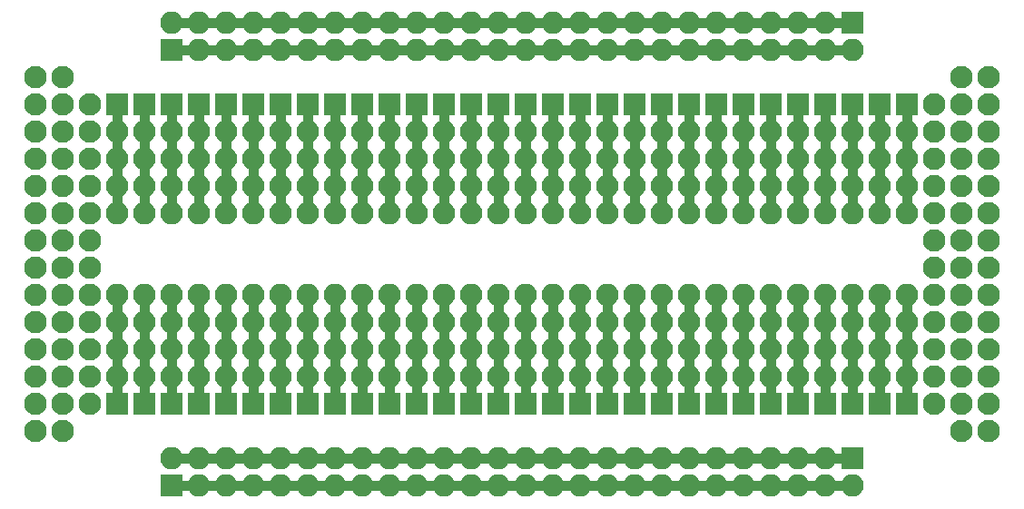
<source format=gbr>
G04 #@! TF.GenerationSoftware,KiCad,Pcbnew,(5.0.0)*
G04 #@! TF.CreationDate,2018-10-10T12:23:29-06:00*
G04 #@! TF.ProjectId,AltoidsPCB,416C746F6964735043422E6B69636164,rev?*
G04 #@! TF.SameCoordinates,Original*
G04 #@! TF.FileFunction,Soldermask,Bot*
G04 #@! TF.FilePolarity,Negative*
%FSLAX46Y46*%
G04 Gerber Fmt 4.6, Leading zero omitted, Abs format (unit mm)*
G04 Created by KiCad (PCBNEW (5.0.0)) date 10/10/18 12:23:29*
%MOMM*%
%LPD*%
G01*
G04 APERTURE LIST*
%ADD10C,0.150000*%
%ADD11R,2.100000X2.100000*%
%ADD12O,2.100000X2.100000*%
%ADD13C,2.100000*%
G04 APERTURE END LIST*
D10*
G36*
X107696000Y-105029000D02*
X169291000Y-105029000D01*
X169291000Y-105791000D01*
X107696000Y-105791000D01*
X107696000Y-105029000D01*
G37*
X107696000Y-105029000D02*
X169291000Y-105029000D01*
X169291000Y-105791000D01*
X107696000Y-105791000D01*
X107696000Y-105029000D01*
G36*
X107569000Y-102489000D02*
X169164000Y-102489000D01*
X169164000Y-103251000D01*
X107569000Y-103251000D01*
X107569000Y-102489000D01*
G37*
X107569000Y-102489000D02*
X169164000Y-102489000D01*
X169164000Y-103251000D01*
X107569000Y-103251000D01*
X107569000Y-102489000D01*
G36*
X106299000Y-88519000D02*
X106299000Y-96901000D01*
X107061000Y-96901000D01*
X107061000Y-88519000D01*
X106299000Y-88519000D01*
G37*
X106299000Y-88519000D02*
X106299000Y-96901000D01*
X107061000Y-96901000D01*
X107061000Y-88519000D01*
X106299000Y-88519000D01*
G36*
X103759000Y-88519000D02*
X103759000Y-96901000D01*
X104521000Y-96901000D01*
X104521000Y-88519000D01*
X103759000Y-88519000D01*
G37*
X103759000Y-88519000D02*
X103759000Y-96901000D01*
X104521000Y-96901000D01*
X104521000Y-88519000D01*
X103759000Y-88519000D01*
G36*
X101219000Y-88519000D02*
X101219000Y-96901000D01*
X101981000Y-96901000D01*
X101981000Y-88519000D01*
X101219000Y-88519000D01*
G37*
X101219000Y-88519000D02*
X101219000Y-96901000D01*
X101981000Y-96901000D01*
X101981000Y-88519000D01*
X101219000Y-88519000D01*
G36*
X113919000Y-88519000D02*
X113919000Y-96901000D01*
X114681000Y-96901000D01*
X114681000Y-88519000D01*
X113919000Y-88519000D01*
G37*
X113919000Y-88519000D02*
X113919000Y-96901000D01*
X114681000Y-96901000D01*
X114681000Y-88519000D01*
X113919000Y-88519000D01*
G36*
X111379000Y-88519000D02*
X111379000Y-96901000D01*
X112141000Y-96901000D01*
X112141000Y-88519000D01*
X111379000Y-88519000D01*
G37*
X111379000Y-88519000D02*
X111379000Y-96901000D01*
X112141000Y-96901000D01*
X112141000Y-88519000D01*
X111379000Y-88519000D01*
G36*
X108839000Y-88519000D02*
X108839000Y-96901000D01*
X109601000Y-96901000D01*
X109601000Y-88519000D01*
X108839000Y-88519000D01*
G37*
X108839000Y-88519000D02*
X108839000Y-96901000D01*
X109601000Y-96901000D01*
X109601000Y-88519000D01*
X108839000Y-88519000D01*
G36*
X149479000Y-88519000D02*
X149479000Y-96901000D01*
X150241000Y-96901000D01*
X150241000Y-88519000D01*
X149479000Y-88519000D01*
G37*
X149479000Y-88519000D02*
X149479000Y-96901000D01*
X150241000Y-96901000D01*
X150241000Y-88519000D01*
X149479000Y-88519000D01*
G36*
X162179000Y-88519000D02*
X162179000Y-96901000D01*
X162941000Y-96901000D01*
X162941000Y-88519000D01*
X162179000Y-88519000D01*
G37*
X162179000Y-88519000D02*
X162179000Y-96901000D01*
X162941000Y-96901000D01*
X162941000Y-88519000D01*
X162179000Y-88519000D01*
G36*
X169799000Y-88519000D02*
X169799000Y-96901000D01*
X170561000Y-96901000D01*
X170561000Y-88519000D01*
X169799000Y-88519000D01*
G37*
X169799000Y-88519000D02*
X169799000Y-96901000D01*
X170561000Y-96901000D01*
X170561000Y-88519000D01*
X169799000Y-88519000D01*
G36*
X159639000Y-88519000D02*
X159639000Y-96901000D01*
X160401000Y-96901000D01*
X160401000Y-88519000D01*
X159639000Y-88519000D01*
G37*
X159639000Y-88519000D02*
X159639000Y-96901000D01*
X160401000Y-96901000D01*
X160401000Y-88519000D01*
X159639000Y-88519000D01*
G36*
X164719000Y-88519000D02*
X164719000Y-96901000D01*
X165481000Y-96901000D01*
X165481000Y-88519000D01*
X164719000Y-88519000D01*
G37*
X164719000Y-88519000D02*
X164719000Y-96901000D01*
X165481000Y-96901000D01*
X165481000Y-88519000D01*
X164719000Y-88519000D01*
G36*
X167259000Y-88519000D02*
X167259000Y-96901000D01*
X168021000Y-96901000D01*
X168021000Y-88519000D01*
X167259000Y-88519000D01*
G37*
X167259000Y-88519000D02*
X167259000Y-96901000D01*
X168021000Y-96901000D01*
X168021000Y-88519000D01*
X167259000Y-88519000D01*
G36*
X157099000Y-88519000D02*
X157099000Y-96901000D01*
X157861000Y-96901000D01*
X157861000Y-88519000D01*
X157099000Y-88519000D01*
G37*
X157099000Y-88519000D02*
X157099000Y-96901000D01*
X157861000Y-96901000D01*
X157861000Y-88519000D01*
X157099000Y-88519000D01*
G36*
X154559000Y-88519000D02*
X154559000Y-96901000D01*
X155321000Y-96901000D01*
X155321000Y-88519000D01*
X154559000Y-88519000D01*
G37*
X154559000Y-88519000D02*
X154559000Y-96901000D01*
X155321000Y-96901000D01*
X155321000Y-88519000D01*
X154559000Y-88519000D01*
G36*
X152019000Y-88519000D02*
X152019000Y-96901000D01*
X152781000Y-96901000D01*
X152781000Y-88519000D01*
X152019000Y-88519000D01*
G37*
X152019000Y-88519000D02*
X152019000Y-96901000D01*
X152781000Y-96901000D01*
X152781000Y-88519000D01*
X152019000Y-88519000D01*
G36*
X146939000Y-88519000D02*
X146939000Y-96901000D01*
X147701000Y-96901000D01*
X147701000Y-88519000D01*
X146939000Y-88519000D01*
G37*
X146939000Y-88519000D02*
X146939000Y-96901000D01*
X147701000Y-96901000D01*
X147701000Y-88519000D01*
X146939000Y-88519000D01*
G36*
X144399000Y-88519000D02*
X144399000Y-96901000D01*
X145161000Y-96901000D01*
X145161000Y-88519000D01*
X144399000Y-88519000D01*
G37*
X144399000Y-88519000D02*
X144399000Y-96901000D01*
X145161000Y-96901000D01*
X145161000Y-88519000D01*
X144399000Y-88519000D01*
G36*
X174879000Y-88519000D02*
X174879000Y-96901000D01*
X175641000Y-96901000D01*
X175641000Y-88519000D01*
X174879000Y-88519000D01*
G37*
X174879000Y-88519000D02*
X174879000Y-96901000D01*
X175641000Y-96901000D01*
X175641000Y-88519000D01*
X174879000Y-88519000D01*
G36*
X172339000Y-88519000D02*
X172339000Y-96901000D01*
X173101000Y-96901000D01*
X173101000Y-88519000D01*
X172339000Y-88519000D01*
G37*
X172339000Y-88519000D02*
X172339000Y-96901000D01*
X173101000Y-96901000D01*
X173101000Y-88519000D01*
X172339000Y-88519000D01*
G36*
X131699000Y-88519000D02*
X131699000Y-96901000D01*
X132461000Y-96901000D01*
X132461000Y-88519000D01*
X131699000Y-88519000D01*
G37*
X131699000Y-88519000D02*
X131699000Y-96901000D01*
X132461000Y-96901000D01*
X132461000Y-88519000D01*
X131699000Y-88519000D01*
G36*
X129159000Y-88519000D02*
X129159000Y-96901000D01*
X129921000Y-96901000D01*
X129921000Y-88519000D01*
X129159000Y-88519000D01*
G37*
X129159000Y-88519000D02*
X129159000Y-96901000D01*
X129921000Y-96901000D01*
X129921000Y-88519000D01*
X129159000Y-88519000D01*
G36*
X141859000Y-88519000D02*
X141859000Y-96901000D01*
X142621000Y-96901000D01*
X142621000Y-88519000D01*
X141859000Y-88519000D01*
G37*
X141859000Y-88519000D02*
X141859000Y-96901000D01*
X142621000Y-96901000D01*
X142621000Y-88519000D01*
X141859000Y-88519000D01*
G36*
X126619000Y-88519000D02*
X126619000Y-96901000D01*
X127381000Y-96901000D01*
X127381000Y-88519000D01*
X126619000Y-88519000D01*
G37*
X126619000Y-88519000D02*
X126619000Y-96901000D01*
X127381000Y-96901000D01*
X127381000Y-88519000D01*
X126619000Y-88519000D01*
G36*
X139319000Y-88519000D02*
X139319000Y-96901000D01*
X140081000Y-96901000D01*
X140081000Y-88519000D01*
X139319000Y-88519000D01*
G37*
X139319000Y-88519000D02*
X139319000Y-96901000D01*
X140081000Y-96901000D01*
X140081000Y-88519000D01*
X139319000Y-88519000D01*
G36*
X136779000Y-88519000D02*
X136779000Y-96901000D01*
X137541000Y-96901000D01*
X137541000Y-88519000D01*
X136779000Y-88519000D01*
G37*
X136779000Y-88519000D02*
X136779000Y-96901000D01*
X137541000Y-96901000D01*
X137541000Y-88519000D01*
X136779000Y-88519000D01*
G36*
X134239000Y-88519000D02*
X134239000Y-96901000D01*
X135001000Y-96901000D01*
X135001000Y-88519000D01*
X134239000Y-88519000D01*
G37*
X134239000Y-88519000D02*
X134239000Y-96901000D01*
X135001000Y-96901000D01*
X135001000Y-88519000D01*
X134239000Y-88519000D01*
G36*
X124079000Y-88519000D02*
X124079000Y-96901000D01*
X124841000Y-96901000D01*
X124841000Y-88519000D01*
X124079000Y-88519000D01*
G37*
X124079000Y-88519000D02*
X124079000Y-96901000D01*
X124841000Y-96901000D01*
X124841000Y-88519000D01*
X124079000Y-88519000D01*
G36*
X118999000Y-88519000D02*
X118999000Y-96901000D01*
X119761000Y-96901000D01*
X119761000Y-88519000D01*
X118999000Y-88519000D01*
G37*
X118999000Y-88519000D02*
X118999000Y-96901000D01*
X119761000Y-96901000D01*
X119761000Y-88519000D01*
X118999000Y-88519000D01*
G36*
X121539000Y-88519000D02*
X121539000Y-96901000D01*
X122301000Y-96901000D01*
X122301000Y-88519000D01*
X121539000Y-88519000D01*
G37*
X121539000Y-88519000D02*
X121539000Y-96901000D01*
X122301000Y-96901000D01*
X122301000Y-88519000D01*
X121539000Y-88519000D01*
G36*
X116459000Y-88519000D02*
X116459000Y-96901000D01*
X117221000Y-96901000D01*
X117221000Y-88519000D01*
X116459000Y-88519000D01*
G37*
X116459000Y-88519000D02*
X116459000Y-96901000D01*
X117221000Y-96901000D01*
X117221000Y-88519000D01*
X116459000Y-88519000D01*
G36*
X174879000Y-70739000D02*
X174879000Y-79121000D01*
X175641000Y-79121000D01*
X175641000Y-70739000D01*
X174879000Y-70739000D01*
G37*
X174879000Y-70739000D02*
X174879000Y-79121000D01*
X175641000Y-79121000D01*
X175641000Y-70739000D01*
X174879000Y-70739000D01*
G36*
X172339000Y-70739000D02*
X172339000Y-79121000D01*
X173101000Y-79121000D01*
X173101000Y-70739000D01*
X172339000Y-70739000D01*
G37*
X172339000Y-70739000D02*
X172339000Y-79121000D01*
X173101000Y-79121000D01*
X173101000Y-70739000D01*
X172339000Y-70739000D01*
G36*
X169799000Y-70866000D02*
X169799000Y-79248000D01*
X170561000Y-79248000D01*
X170561000Y-70866000D01*
X169799000Y-70866000D01*
G37*
X169799000Y-70866000D02*
X169799000Y-79248000D01*
X170561000Y-79248000D01*
X170561000Y-70866000D01*
X169799000Y-70866000D01*
G36*
X167259000Y-70866000D02*
X167259000Y-79248000D01*
X168021000Y-79248000D01*
X168021000Y-70866000D01*
X167259000Y-70866000D01*
G37*
X167259000Y-70866000D02*
X167259000Y-79248000D01*
X168021000Y-79248000D01*
X168021000Y-70866000D01*
X167259000Y-70866000D01*
G36*
X164719000Y-70866000D02*
X164719000Y-79248000D01*
X165481000Y-79248000D01*
X165481000Y-70866000D01*
X164719000Y-70866000D01*
G37*
X164719000Y-70866000D02*
X164719000Y-79248000D01*
X165481000Y-79248000D01*
X165481000Y-70866000D01*
X164719000Y-70866000D01*
G36*
X162179000Y-70739000D02*
X162179000Y-79121000D01*
X162941000Y-79121000D01*
X162941000Y-70739000D01*
X162179000Y-70739000D01*
G37*
X162179000Y-70739000D02*
X162179000Y-79121000D01*
X162941000Y-79121000D01*
X162941000Y-70739000D01*
X162179000Y-70739000D01*
G36*
X159639000Y-70739000D02*
X159639000Y-79121000D01*
X160401000Y-79121000D01*
X160401000Y-70739000D01*
X159639000Y-70739000D01*
G37*
X159639000Y-70739000D02*
X159639000Y-79121000D01*
X160401000Y-79121000D01*
X160401000Y-70739000D01*
X159639000Y-70739000D01*
G36*
X157099000Y-70739000D02*
X157099000Y-79121000D01*
X157861000Y-79121000D01*
X157861000Y-70739000D01*
X157099000Y-70739000D01*
G37*
X157099000Y-70739000D02*
X157099000Y-79121000D01*
X157861000Y-79121000D01*
X157861000Y-70739000D01*
X157099000Y-70739000D01*
G36*
X154559000Y-70739000D02*
X154559000Y-79121000D01*
X155321000Y-79121000D01*
X155321000Y-70739000D01*
X154559000Y-70739000D01*
G37*
X154559000Y-70739000D02*
X154559000Y-79121000D01*
X155321000Y-79121000D01*
X155321000Y-70739000D01*
X154559000Y-70739000D01*
G36*
X152019000Y-70739000D02*
X152019000Y-79121000D01*
X152781000Y-79121000D01*
X152781000Y-70739000D01*
X152019000Y-70739000D01*
G37*
X152019000Y-70739000D02*
X152019000Y-79121000D01*
X152781000Y-79121000D01*
X152781000Y-70739000D01*
X152019000Y-70739000D01*
G36*
X149479000Y-70739000D02*
X149479000Y-79121000D01*
X150241000Y-79121000D01*
X150241000Y-70739000D01*
X149479000Y-70739000D01*
G37*
X149479000Y-70739000D02*
X149479000Y-79121000D01*
X150241000Y-79121000D01*
X150241000Y-70739000D01*
X149479000Y-70739000D01*
G36*
X146939000Y-70739000D02*
X146939000Y-79121000D01*
X147701000Y-79121000D01*
X147701000Y-70739000D01*
X146939000Y-70739000D01*
G37*
X146939000Y-70739000D02*
X146939000Y-79121000D01*
X147701000Y-79121000D01*
X147701000Y-70739000D01*
X146939000Y-70739000D01*
G36*
X144399000Y-70739000D02*
X144399000Y-79121000D01*
X145161000Y-79121000D01*
X145161000Y-70739000D01*
X144399000Y-70739000D01*
G37*
X144399000Y-70739000D02*
X144399000Y-79121000D01*
X145161000Y-79121000D01*
X145161000Y-70739000D01*
X144399000Y-70739000D01*
G36*
X141859000Y-70739000D02*
X141859000Y-79121000D01*
X142621000Y-79121000D01*
X142621000Y-70739000D01*
X141859000Y-70739000D01*
G37*
X141859000Y-70739000D02*
X141859000Y-79121000D01*
X142621000Y-79121000D01*
X142621000Y-70739000D01*
X141859000Y-70739000D01*
G36*
X139319000Y-70739000D02*
X139319000Y-79121000D01*
X140081000Y-79121000D01*
X140081000Y-70739000D01*
X139319000Y-70739000D01*
G37*
X139319000Y-70739000D02*
X139319000Y-79121000D01*
X140081000Y-79121000D01*
X140081000Y-70739000D01*
X139319000Y-70739000D01*
G36*
X136779000Y-70739000D02*
X136779000Y-79121000D01*
X137541000Y-79121000D01*
X137541000Y-70739000D01*
X136779000Y-70739000D01*
G37*
X136779000Y-70739000D02*
X136779000Y-79121000D01*
X137541000Y-79121000D01*
X137541000Y-70739000D01*
X136779000Y-70739000D01*
G36*
X134239000Y-70739000D02*
X134239000Y-79121000D01*
X135001000Y-79121000D01*
X135001000Y-70739000D01*
X134239000Y-70739000D01*
G37*
X134239000Y-70739000D02*
X134239000Y-79121000D01*
X135001000Y-79121000D01*
X135001000Y-70739000D01*
X134239000Y-70739000D01*
G36*
X131699000Y-70866000D02*
X131699000Y-79248000D01*
X132461000Y-79248000D01*
X132461000Y-70866000D01*
X131699000Y-70866000D01*
G37*
X131699000Y-70866000D02*
X131699000Y-79248000D01*
X132461000Y-79248000D01*
X132461000Y-70866000D01*
X131699000Y-70866000D01*
G36*
X129159000Y-70866000D02*
X129159000Y-79248000D01*
X129921000Y-79248000D01*
X129921000Y-70866000D01*
X129159000Y-70866000D01*
G37*
X129159000Y-70866000D02*
X129159000Y-79248000D01*
X129921000Y-79248000D01*
X129921000Y-70866000D01*
X129159000Y-70866000D01*
G36*
X126619000Y-70739000D02*
X126619000Y-79121000D01*
X127381000Y-79121000D01*
X127381000Y-70739000D01*
X126619000Y-70739000D01*
G37*
X126619000Y-70739000D02*
X126619000Y-79121000D01*
X127381000Y-79121000D01*
X127381000Y-70739000D01*
X126619000Y-70739000D01*
G36*
X124079000Y-70739000D02*
X124079000Y-79121000D01*
X124841000Y-79121000D01*
X124841000Y-70739000D01*
X124079000Y-70739000D01*
G37*
X124079000Y-70739000D02*
X124079000Y-79121000D01*
X124841000Y-79121000D01*
X124841000Y-70739000D01*
X124079000Y-70739000D01*
G36*
X121539000Y-70739000D02*
X121539000Y-79121000D01*
X122301000Y-79121000D01*
X122301000Y-70739000D01*
X121539000Y-70739000D01*
G37*
X121539000Y-70739000D02*
X121539000Y-79121000D01*
X122301000Y-79121000D01*
X122301000Y-70739000D01*
X121539000Y-70739000D01*
G36*
X118999000Y-70866000D02*
X118999000Y-79248000D01*
X119761000Y-79248000D01*
X119761000Y-70866000D01*
X118999000Y-70866000D01*
G37*
X118999000Y-70866000D02*
X118999000Y-79248000D01*
X119761000Y-79248000D01*
X119761000Y-70866000D01*
X118999000Y-70866000D01*
G36*
X116459000Y-70866000D02*
X116459000Y-79248000D01*
X117221000Y-79248000D01*
X117221000Y-70866000D01*
X116459000Y-70866000D01*
G37*
X116459000Y-70866000D02*
X116459000Y-79248000D01*
X117221000Y-79248000D01*
X117221000Y-70866000D01*
X116459000Y-70866000D01*
G36*
X113919000Y-70866000D02*
X113919000Y-79248000D01*
X114681000Y-79248000D01*
X114681000Y-70866000D01*
X113919000Y-70866000D01*
G37*
X113919000Y-70866000D02*
X113919000Y-79248000D01*
X114681000Y-79248000D01*
X114681000Y-70866000D01*
X113919000Y-70866000D01*
G36*
X111379000Y-70739000D02*
X111379000Y-79121000D01*
X112141000Y-79121000D01*
X112141000Y-70739000D01*
X111379000Y-70739000D01*
G37*
X111379000Y-70739000D02*
X111379000Y-79121000D01*
X112141000Y-79121000D01*
X112141000Y-70739000D01*
X111379000Y-70739000D01*
G36*
X108839000Y-70739000D02*
X108839000Y-79121000D01*
X109601000Y-79121000D01*
X109601000Y-70739000D01*
X108839000Y-70739000D01*
G37*
X108839000Y-70739000D02*
X108839000Y-79121000D01*
X109601000Y-79121000D01*
X109601000Y-70739000D01*
X108839000Y-70739000D01*
G36*
X106299000Y-70866000D02*
X106299000Y-79248000D01*
X107061000Y-79248000D01*
X107061000Y-70866000D01*
X106299000Y-70866000D01*
G37*
X106299000Y-70866000D02*
X106299000Y-79248000D01*
X107061000Y-79248000D01*
X107061000Y-70866000D01*
X106299000Y-70866000D01*
G36*
X103759000Y-70739000D02*
X103759000Y-79121000D01*
X104521000Y-79121000D01*
X104521000Y-70739000D01*
X103759000Y-70739000D01*
G37*
X103759000Y-70739000D02*
X103759000Y-79121000D01*
X104521000Y-79121000D01*
X104521000Y-70739000D01*
X103759000Y-70739000D01*
G36*
X101219000Y-70739000D02*
X101219000Y-79375000D01*
X101981000Y-79248000D01*
X101981000Y-70739000D01*
X101219000Y-70739000D01*
G37*
X101219000Y-70739000D02*
X101219000Y-79375000D01*
X101981000Y-79248000D01*
X101981000Y-70739000D01*
X101219000Y-70739000D01*
G36*
X107569000Y-61849000D02*
X169164000Y-61849000D01*
X169164000Y-62611000D01*
X107569000Y-62611000D01*
X107569000Y-61849000D01*
G37*
X107569000Y-61849000D02*
X169164000Y-61849000D01*
X169164000Y-62611000D01*
X107569000Y-62611000D01*
X107569000Y-61849000D01*
G36*
X107696000Y-64389000D02*
X169418000Y-64389000D01*
X169418000Y-65151000D01*
X107696000Y-65151000D01*
X107696000Y-64770000D01*
X107696000Y-64389000D01*
G37*
X107696000Y-64389000D02*
X169418000Y-64389000D01*
X169418000Y-65151000D01*
X107696000Y-65151000D01*
X107696000Y-64770000D01*
X107696000Y-64389000D01*
D11*
G04 #@! TO.C,J2*
X106680000Y-105410000D03*
D12*
X109220000Y-105410000D03*
X111760000Y-105410000D03*
X114300000Y-105410000D03*
X116840000Y-105410000D03*
X119380000Y-105410000D03*
X121920000Y-105410000D03*
X124460000Y-105410000D03*
X127000000Y-105410000D03*
X129540000Y-105410000D03*
X132080000Y-105410000D03*
X134620000Y-105410000D03*
X137160000Y-105410000D03*
X139700000Y-105410000D03*
X142240000Y-105410000D03*
X144780000Y-105410000D03*
X147320000Y-105410000D03*
X149860000Y-105410000D03*
X152400000Y-105410000D03*
X154940000Y-105410000D03*
X157480000Y-105410000D03*
X160020000Y-105410000D03*
X162560000Y-105410000D03*
X165100000Y-105410000D03*
X167640000Y-105410000D03*
X170180000Y-105410000D03*
G04 #@! TD*
D11*
G04 #@! TO.C,J2*
X170180000Y-102870000D03*
D12*
X167640000Y-102870000D03*
X165100000Y-102870000D03*
X162560000Y-102870000D03*
X160020000Y-102870000D03*
X157480000Y-102870000D03*
X154940000Y-102870000D03*
X152400000Y-102870000D03*
X149860000Y-102870000D03*
X147320000Y-102870000D03*
X144780000Y-102870000D03*
X142240000Y-102870000D03*
X139700000Y-102870000D03*
X137160000Y-102870000D03*
X134620000Y-102870000D03*
X132080000Y-102870000D03*
X129540000Y-102870000D03*
X127000000Y-102870000D03*
X124460000Y-102870000D03*
X121920000Y-102870000D03*
X119380000Y-102870000D03*
X116840000Y-102870000D03*
X114300000Y-102870000D03*
X111760000Y-102870000D03*
X109220000Y-102870000D03*
X106680000Y-102870000D03*
G04 #@! TD*
D11*
G04 #@! TO.C,J2*
X170180000Y-62230000D03*
D12*
X167640000Y-62230000D03*
X165100000Y-62230000D03*
X162560000Y-62230000D03*
X160020000Y-62230000D03*
X157480000Y-62230000D03*
X154940000Y-62230000D03*
X152400000Y-62230000D03*
X149860000Y-62230000D03*
X147320000Y-62230000D03*
X144780000Y-62230000D03*
X142240000Y-62230000D03*
X139700000Y-62230000D03*
X137160000Y-62230000D03*
X134620000Y-62230000D03*
X132080000Y-62230000D03*
X129540000Y-62230000D03*
X127000000Y-62230000D03*
X124460000Y-62230000D03*
X121920000Y-62230000D03*
X119380000Y-62230000D03*
X116840000Y-62230000D03*
X114300000Y-62230000D03*
X111760000Y-62230000D03*
X109220000Y-62230000D03*
X106680000Y-62230000D03*
G04 #@! TD*
D11*
G04 #@! TO.C,J2*
X106680000Y-64770000D03*
D12*
X109220000Y-64770000D03*
X111760000Y-64770000D03*
X114300000Y-64770000D03*
X116840000Y-64770000D03*
X119380000Y-64770000D03*
X121920000Y-64770000D03*
X124460000Y-64770000D03*
X127000000Y-64770000D03*
X129540000Y-64770000D03*
X132080000Y-64770000D03*
X134620000Y-64770000D03*
X137160000Y-64770000D03*
X139700000Y-64770000D03*
X142240000Y-64770000D03*
X144780000Y-64770000D03*
X147320000Y-64770000D03*
X149860000Y-64770000D03*
X152400000Y-64770000D03*
X154940000Y-64770000D03*
X157480000Y-64770000D03*
X160020000Y-64770000D03*
X162560000Y-64770000D03*
X165100000Y-64770000D03*
X167640000Y-64770000D03*
X170180000Y-64770000D03*
G04 #@! TD*
D11*
G04 #@! TO.C,J1*
X114300000Y-97790000D03*
D12*
X114300000Y-95250000D03*
X114300000Y-92710000D03*
X114300000Y-90170000D03*
X114300000Y-87630000D03*
G04 #@! TD*
D11*
G04 #@! TO.C,J1*
X104140000Y-97790000D03*
D12*
X104140000Y-95250000D03*
X104140000Y-92710000D03*
X104140000Y-90170000D03*
X104140000Y-87630000D03*
G04 #@! TD*
D11*
G04 #@! TO.C,J1*
X119380000Y-97790000D03*
D12*
X119380000Y-95250000D03*
X119380000Y-92710000D03*
X119380000Y-90170000D03*
X119380000Y-87630000D03*
G04 #@! TD*
D11*
G04 #@! TO.C,J1*
X116840000Y-97790000D03*
D12*
X116840000Y-95250000D03*
X116840000Y-92710000D03*
X116840000Y-90170000D03*
X116840000Y-87630000D03*
G04 #@! TD*
D11*
G04 #@! TO.C,J1*
X111760000Y-97790000D03*
D12*
X111760000Y-95250000D03*
X111760000Y-92710000D03*
X111760000Y-90170000D03*
X111760000Y-87630000D03*
G04 #@! TD*
D11*
G04 #@! TO.C,J1*
X106680000Y-97790000D03*
D12*
X106680000Y-95250000D03*
X106680000Y-92710000D03*
X106680000Y-90170000D03*
X106680000Y-87630000D03*
G04 #@! TD*
D11*
G04 #@! TO.C,J1*
X121920000Y-97790000D03*
D12*
X121920000Y-95250000D03*
X121920000Y-92710000D03*
X121920000Y-90170000D03*
X121920000Y-87630000D03*
G04 #@! TD*
D11*
G04 #@! TO.C,J1*
X109220000Y-97790000D03*
D12*
X109220000Y-95250000D03*
X109220000Y-92710000D03*
X109220000Y-90170000D03*
X109220000Y-87630000D03*
G04 #@! TD*
D11*
G04 #@! TO.C,J1*
X101600000Y-97790000D03*
D12*
X101600000Y-95250000D03*
X101600000Y-92710000D03*
X101600000Y-90170000D03*
X101600000Y-87630000D03*
G04 #@! TD*
D11*
G04 #@! TO.C,J1*
X172720000Y-97790000D03*
D12*
X172720000Y-95250000D03*
X172720000Y-92710000D03*
X172720000Y-90170000D03*
X172720000Y-87630000D03*
G04 #@! TD*
D11*
G04 #@! TO.C,J1*
X154940000Y-97790000D03*
D12*
X154940000Y-95250000D03*
X154940000Y-92710000D03*
X154940000Y-90170000D03*
X154940000Y-87630000D03*
G04 #@! TD*
D11*
G04 #@! TO.C,J1*
X149860000Y-97790000D03*
D12*
X149860000Y-95250000D03*
X149860000Y-92710000D03*
X149860000Y-90170000D03*
X149860000Y-87630000D03*
G04 #@! TD*
D11*
G04 #@! TO.C,J1*
X170180000Y-97790000D03*
D12*
X170180000Y-95250000D03*
X170180000Y-92710000D03*
X170180000Y-90170000D03*
X170180000Y-87630000D03*
G04 #@! TD*
D11*
G04 #@! TO.C,J1*
X152400000Y-97790000D03*
D12*
X152400000Y-95250000D03*
X152400000Y-92710000D03*
X152400000Y-90170000D03*
X152400000Y-87630000D03*
G04 #@! TD*
D11*
G04 #@! TO.C,J1*
X157480000Y-97790000D03*
D12*
X157480000Y-95250000D03*
X157480000Y-92710000D03*
X157480000Y-90170000D03*
X157480000Y-87630000D03*
G04 #@! TD*
D11*
G04 #@! TO.C,J1*
X160020000Y-97790000D03*
D12*
X160020000Y-95250000D03*
X160020000Y-92710000D03*
X160020000Y-90170000D03*
X160020000Y-87630000D03*
G04 #@! TD*
D11*
G04 #@! TO.C,J1*
X162560000Y-97790000D03*
D12*
X162560000Y-95250000D03*
X162560000Y-92710000D03*
X162560000Y-90170000D03*
X162560000Y-87630000D03*
G04 #@! TD*
D11*
G04 #@! TO.C,J1*
X147320000Y-97790000D03*
D12*
X147320000Y-95250000D03*
X147320000Y-92710000D03*
X147320000Y-90170000D03*
X147320000Y-87630000D03*
G04 #@! TD*
D11*
G04 #@! TO.C,J1*
X142240000Y-97790000D03*
D12*
X142240000Y-95250000D03*
X142240000Y-92710000D03*
X142240000Y-90170000D03*
X142240000Y-87630000D03*
G04 #@! TD*
D11*
G04 #@! TO.C,J1*
X165100000Y-97790000D03*
D12*
X165100000Y-95250000D03*
X165100000Y-92710000D03*
X165100000Y-90170000D03*
X165100000Y-87630000D03*
G04 #@! TD*
D11*
G04 #@! TO.C,J1*
X167640000Y-97790000D03*
D12*
X167640000Y-95250000D03*
X167640000Y-92710000D03*
X167640000Y-90170000D03*
X167640000Y-87630000D03*
G04 #@! TD*
D11*
G04 #@! TO.C,J1*
X144780000Y-97790000D03*
D12*
X144780000Y-95250000D03*
X144780000Y-92710000D03*
X144780000Y-90170000D03*
X144780000Y-87630000D03*
G04 #@! TD*
D11*
G04 #@! TO.C,J1*
X139700000Y-97790000D03*
D12*
X139700000Y-95250000D03*
X139700000Y-92710000D03*
X139700000Y-90170000D03*
X139700000Y-87630000D03*
G04 #@! TD*
D11*
G04 #@! TO.C,J1*
X132080000Y-97790000D03*
D12*
X132080000Y-95250000D03*
X132080000Y-92710000D03*
X132080000Y-90170000D03*
X132080000Y-87630000D03*
G04 #@! TD*
D11*
G04 #@! TO.C,J1*
X134620000Y-97790000D03*
D12*
X134620000Y-95250000D03*
X134620000Y-92710000D03*
X134620000Y-90170000D03*
X134620000Y-87630000D03*
G04 #@! TD*
D11*
G04 #@! TO.C,J1*
X175260000Y-97790000D03*
D12*
X175260000Y-95250000D03*
X175260000Y-92710000D03*
X175260000Y-90170000D03*
X175260000Y-87630000D03*
G04 #@! TD*
D11*
G04 #@! TO.C,J1*
X137160000Y-97790000D03*
D12*
X137160000Y-95250000D03*
X137160000Y-92710000D03*
X137160000Y-90170000D03*
X137160000Y-87630000D03*
G04 #@! TD*
D11*
G04 #@! TO.C,J1*
X129540000Y-97790000D03*
D12*
X129540000Y-95250000D03*
X129540000Y-92710000D03*
X129540000Y-90170000D03*
X129540000Y-87630000D03*
G04 #@! TD*
D11*
G04 #@! TO.C,J1*
X124460000Y-97790000D03*
D12*
X124460000Y-95250000D03*
X124460000Y-92710000D03*
X124460000Y-90170000D03*
X124460000Y-87630000D03*
G04 #@! TD*
D11*
G04 #@! TO.C,J1*
X127000000Y-97790000D03*
D12*
X127000000Y-95250000D03*
X127000000Y-92710000D03*
X127000000Y-90170000D03*
X127000000Y-87630000D03*
G04 #@! TD*
D11*
G04 #@! TO.C,J1*
X175260000Y-69850000D03*
D12*
X175260000Y-72390000D03*
X175260000Y-74930000D03*
X175260000Y-77470000D03*
X175260000Y-80010000D03*
G04 #@! TD*
D11*
G04 #@! TO.C,J1*
X172720000Y-69850000D03*
D12*
X172720000Y-72390000D03*
X172720000Y-74930000D03*
X172720000Y-77470000D03*
X172720000Y-80010000D03*
G04 #@! TD*
D11*
G04 #@! TO.C,J1*
X170180000Y-69850000D03*
D12*
X170180000Y-72390000D03*
X170180000Y-74930000D03*
X170180000Y-77470000D03*
X170180000Y-80010000D03*
G04 #@! TD*
D11*
G04 #@! TO.C,J1*
X167640000Y-69850000D03*
D12*
X167640000Y-72390000D03*
X167640000Y-74930000D03*
X167640000Y-77470000D03*
X167640000Y-80010000D03*
G04 #@! TD*
D11*
G04 #@! TO.C,J1*
X165100000Y-69850000D03*
D12*
X165100000Y-72390000D03*
X165100000Y-74930000D03*
X165100000Y-77470000D03*
X165100000Y-80010000D03*
G04 #@! TD*
D11*
G04 #@! TO.C,J1*
X162560000Y-69850000D03*
D12*
X162560000Y-72390000D03*
X162560000Y-74930000D03*
X162560000Y-77470000D03*
X162560000Y-80010000D03*
G04 #@! TD*
D11*
G04 #@! TO.C,J1*
X160020000Y-69850000D03*
D12*
X160020000Y-72390000D03*
X160020000Y-74930000D03*
X160020000Y-77470000D03*
X160020000Y-80010000D03*
G04 #@! TD*
D11*
G04 #@! TO.C,J1*
X157480000Y-69850000D03*
D12*
X157480000Y-72390000D03*
X157480000Y-74930000D03*
X157480000Y-77470000D03*
X157480000Y-80010000D03*
G04 #@! TD*
D11*
G04 #@! TO.C,J1*
X154940000Y-69850000D03*
D12*
X154940000Y-72390000D03*
X154940000Y-74930000D03*
X154940000Y-77470000D03*
X154940000Y-80010000D03*
G04 #@! TD*
D11*
G04 #@! TO.C,J1*
X152400000Y-69850000D03*
D12*
X152400000Y-72390000D03*
X152400000Y-74930000D03*
X152400000Y-77470000D03*
X152400000Y-80010000D03*
G04 #@! TD*
D11*
G04 #@! TO.C,J1*
X149860000Y-69850000D03*
D12*
X149860000Y-72390000D03*
X149860000Y-74930000D03*
X149860000Y-77470000D03*
X149860000Y-80010000D03*
G04 #@! TD*
D11*
G04 #@! TO.C,J1*
X147320000Y-69850000D03*
D12*
X147320000Y-72390000D03*
X147320000Y-74930000D03*
X147320000Y-77470000D03*
X147320000Y-80010000D03*
G04 #@! TD*
D11*
G04 #@! TO.C,J1*
X144780000Y-69850000D03*
D12*
X144780000Y-72390000D03*
X144780000Y-74930000D03*
X144780000Y-77470000D03*
X144780000Y-80010000D03*
G04 #@! TD*
D11*
G04 #@! TO.C,J1*
X142240000Y-69850000D03*
D12*
X142240000Y-72390000D03*
X142240000Y-74930000D03*
X142240000Y-77470000D03*
X142240000Y-80010000D03*
G04 #@! TD*
D11*
G04 #@! TO.C,J1*
X139700000Y-69850000D03*
D12*
X139700000Y-72390000D03*
X139700000Y-74930000D03*
X139700000Y-77470000D03*
X139700000Y-80010000D03*
G04 #@! TD*
D11*
G04 #@! TO.C,J1*
X137160000Y-69850000D03*
D12*
X137160000Y-72390000D03*
X137160000Y-74930000D03*
X137160000Y-77470000D03*
X137160000Y-80010000D03*
G04 #@! TD*
D11*
G04 #@! TO.C,J1*
X134620000Y-69850000D03*
D12*
X134620000Y-72390000D03*
X134620000Y-74930000D03*
X134620000Y-77470000D03*
X134620000Y-80010000D03*
G04 #@! TD*
D11*
G04 #@! TO.C,J1*
X132080000Y-69850000D03*
D12*
X132080000Y-72390000D03*
X132080000Y-74930000D03*
X132080000Y-77470000D03*
X132080000Y-80010000D03*
G04 #@! TD*
D11*
G04 #@! TO.C,J1*
X129540000Y-69850000D03*
D12*
X129540000Y-72390000D03*
X129540000Y-74930000D03*
X129540000Y-77470000D03*
X129540000Y-80010000D03*
G04 #@! TD*
D11*
G04 #@! TO.C,J1*
X127000000Y-69850000D03*
D12*
X127000000Y-72390000D03*
X127000000Y-74930000D03*
X127000000Y-77470000D03*
X127000000Y-80010000D03*
G04 #@! TD*
D11*
G04 #@! TO.C,J1*
X124460000Y-69850000D03*
D12*
X124460000Y-72390000D03*
X124460000Y-74930000D03*
X124460000Y-77470000D03*
X124460000Y-80010000D03*
G04 #@! TD*
D11*
G04 #@! TO.C,J1*
X121920000Y-69850000D03*
D12*
X121920000Y-72390000D03*
X121920000Y-74930000D03*
X121920000Y-77470000D03*
X121920000Y-80010000D03*
G04 #@! TD*
D11*
G04 #@! TO.C,J1*
X119380000Y-69850000D03*
D12*
X119380000Y-72390000D03*
X119380000Y-74930000D03*
X119380000Y-77470000D03*
X119380000Y-80010000D03*
G04 #@! TD*
D11*
G04 #@! TO.C,J1*
X116840000Y-69850000D03*
D12*
X116840000Y-72390000D03*
X116840000Y-74930000D03*
X116840000Y-77470000D03*
X116840000Y-80010000D03*
G04 #@! TD*
D11*
G04 #@! TO.C,J1*
X114300000Y-69850000D03*
D12*
X114300000Y-72390000D03*
X114300000Y-74930000D03*
X114300000Y-77470000D03*
X114300000Y-80010000D03*
G04 #@! TD*
D11*
G04 #@! TO.C,J1*
X111760000Y-69850000D03*
D12*
X111760000Y-72390000D03*
X111760000Y-74930000D03*
X111760000Y-77470000D03*
X111760000Y-80010000D03*
G04 #@! TD*
D11*
G04 #@! TO.C,J1*
X109220000Y-69850000D03*
D12*
X109220000Y-72390000D03*
X109220000Y-74930000D03*
X109220000Y-77470000D03*
X109220000Y-80010000D03*
G04 #@! TD*
D11*
G04 #@! TO.C,J1*
X106680000Y-69850000D03*
D12*
X106680000Y-72390000D03*
X106680000Y-74930000D03*
X106680000Y-77470000D03*
X106680000Y-80010000D03*
G04 #@! TD*
D11*
G04 #@! TO.C,J1*
X104140000Y-69850000D03*
D12*
X104140000Y-72390000D03*
X104140000Y-74930000D03*
X104140000Y-77470000D03*
X104140000Y-80010000D03*
G04 #@! TD*
D11*
G04 #@! TO.C,J1*
X101600000Y-69850000D03*
D12*
X101600000Y-72390000D03*
X101600000Y-74930000D03*
X101600000Y-77470000D03*
X101600000Y-80010000D03*
G04 #@! TD*
D13*
G04 #@! TO.C,J3*
X93980000Y-67310000D03*
G04 #@! TD*
G04 #@! TO.C,J3*
X182880000Y-67310000D03*
G04 #@! TD*
G04 #@! TO.C,J3*
X180340000Y-67310000D03*
G04 #@! TD*
G04 #@! TO.C,J3*
X182880000Y-100330000D03*
G04 #@! TD*
G04 #@! TO.C,J3*
X180340000Y-100330000D03*
G04 #@! TD*
G04 #@! TO.C,J3*
X93980000Y-100330000D03*
G04 #@! TD*
G04 #@! TO.C,J3*
X96520000Y-100330000D03*
G04 #@! TD*
G04 #@! TO.C,J3*
X96520000Y-67310000D03*
G04 #@! TD*
G04 #@! TO.C,J3*
X180340000Y-95250000D03*
G04 #@! TD*
G04 #@! TO.C,J3*
X180340000Y-97790000D03*
G04 #@! TD*
G04 #@! TO.C,J3*
X182880000Y-97790000D03*
G04 #@! TD*
G04 #@! TO.C,J3*
X177800000Y-92710000D03*
G04 #@! TD*
G04 #@! TO.C,J3*
X177800000Y-95250000D03*
G04 #@! TD*
G04 #@! TO.C,J3*
X182880000Y-92710000D03*
G04 #@! TD*
G04 #@! TO.C,J3*
X180340000Y-92710000D03*
G04 #@! TD*
G04 #@! TO.C,J3*
X182880000Y-95250000D03*
G04 #@! TD*
G04 #@! TO.C,J3*
X177800000Y-97790000D03*
G04 #@! TD*
G04 #@! TO.C,J3*
X182880000Y-69850000D03*
G04 #@! TD*
G04 #@! TO.C,J3*
X180340000Y-69850000D03*
G04 #@! TD*
G04 #@! TO.C,J3*
X182880000Y-82550000D03*
G04 #@! TD*
G04 #@! TO.C,J3*
X182880000Y-74930000D03*
G04 #@! TD*
G04 #@! TO.C,J3*
X177800000Y-77470000D03*
G04 #@! TD*
G04 #@! TO.C,J3*
X182880000Y-72390000D03*
G04 #@! TD*
G04 #@! TO.C,J3*
X180340000Y-82550000D03*
G04 #@! TD*
G04 #@! TO.C,J3*
X177800000Y-82550000D03*
G04 #@! TD*
G04 #@! TO.C,J3*
X182880000Y-80010000D03*
G04 #@! TD*
G04 #@! TO.C,J3*
X177800000Y-80010000D03*
G04 #@! TD*
G04 #@! TO.C,J3*
X177800000Y-90170000D03*
G04 #@! TD*
G04 #@! TO.C,J3*
X182880000Y-85090000D03*
G04 #@! TD*
G04 #@! TO.C,J3*
X180340000Y-74930000D03*
G04 #@! TD*
G04 #@! TO.C,J3*
X177800000Y-85090000D03*
G04 #@! TD*
G04 #@! TO.C,J3*
X177800000Y-72390000D03*
G04 #@! TD*
G04 #@! TO.C,J3*
X180340000Y-72390000D03*
G04 #@! TD*
G04 #@! TO.C,J3*
X180340000Y-85090000D03*
G04 #@! TD*
G04 #@! TO.C,J3*
X180340000Y-77470000D03*
G04 #@! TD*
G04 #@! TO.C,J3*
X180340000Y-90170000D03*
G04 #@! TD*
G04 #@! TO.C,J3*
X182880000Y-87630000D03*
G04 #@! TD*
G04 #@! TO.C,J3*
X182880000Y-77470000D03*
G04 #@! TD*
G04 #@! TO.C,J3*
X177800000Y-69850000D03*
G04 #@! TD*
G04 #@! TO.C,J3*
X180340000Y-87630000D03*
G04 #@! TD*
G04 #@! TO.C,J3*
X177800000Y-74930000D03*
G04 #@! TD*
G04 #@! TO.C,J3*
X180340000Y-80010000D03*
G04 #@! TD*
G04 #@! TO.C,J3*
X177800000Y-87630000D03*
G04 #@! TD*
G04 #@! TO.C,J3*
X182880000Y-90170000D03*
G04 #@! TD*
G04 #@! TO.C,J3*
X99060000Y-97790000D03*
G04 #@! TD*
G04 #@! TO.C,J3*
X96520000Y-97790000D03*
G04 #@! TD*
G04 #@! TO.C,J3*
X93980000Y-97790000D03*
G04 #@! TD*
G04 #@! TO.C,J3*
X99060000Y-95250000D03*
G04 #@! TD*
G04 #@! TO.C,J3*
X96520000Y-95250000D03*
G04 #@! TD*
G04 #@! TO.C,J3*
X93980000Y-95250000D03*
G04 #@! TD*
G04 #@! TO.C,J3*
X99060000Y-92710000D03*
G04 #@! TD*
G04 #@! TO.C,J3*
X96520000Y-92710000D03*
G04 #@! TD*
G04 #@! TO.C,J3*
X93980000Y-92710000D03*
G04 #@! TD*
G04 #@! TO.C,J3*
X99060000Y-90170000D03*
G04 #@! TD*
G04 #@! TO.C,J3*
X96520000Y-90170000D03*
G04 #@! TD*
G04 #@! TO.C,J3*
X93980000Y-90170000D03*
G04 #@! TD*
G04 #@! TO.C,J3*
X99060000Y-87630000D03*
G04 #@! TD*
G04 #@! TO.C,J3*
X96520000Y-87630000D03*
G04 #@! TD*
G04 #@! TO.C,J3*
X93980000Y-87630000D03*
G04 #@! TD*
G04 #@! TO.C,J3*
X99060000Y-85090000D03*
G04 #@! TD*
G04 #@! TO.C,J3*
X96520000Y-85090000D03*
G04 #@! TD*
G04 #@! TO.C,J3*
X93980000Y-85090000D03*
G04 #@! TD*
G04 #@! TO.C,J3*
X99060000Y-82550000D03*
G04 #@! TD*
G04 #@! TO.C,J3*
X96520000Y-82550000D03*
G04 #@! TD*
G04 #@! TO.C,J3*
X93980000Y-82550000D03*
G04 #@! TD*
G04 #@! TO.C,J3*
X99060000Y-80010000D03*
G04 #@! TD*
G04 #@! TO.C,J3*
X96520000Y-80010000D03*
G04 #@! TD*
G04 #@! TO.C,J3*
X93980000Y-80010000D03*
G04 #@! TD*
G04 #@! TO.C,J3*
X99060000Y-77470000D03*
G04 #@! TD*
G04 #@! TO.C,J3*
X96520000Y-77470000D03*
G04 #@! TD*
G04 #@! TO.C,J3*
X93980000Y-77470000D03*
G04 #@! TD*
G04 #@! TO.C,J3*
X99060000Y-74930000D03*
G04 #@! TD*
G04 #@! TO.C,J3*
X96520000Y-74930000D03*
G04 #@! TD*
G04 #@! TO.C,J3*
X93980000Y-74930000D03*
G04 #@! TD*
G04 #@! TO.C,J3*
X99060000Y-72390000D03*
G04 #@! TD*
G04 #@! TO.C,J3*
X96520000Y-72390000D03*
G04 #@! TD*
G04 #@! TO.C,J3*
X93980000Y-72390000D03*
G04 #@! TD*
G04 #@! TO.C,J3*
X99060000Y-69850000D03*
G04 #@! TD*
G04 #@! TO.C,J3*
X96520000Y-69850000D03*
G04 #@! TD*
G04 #@! TO.C,J3*
X93980000Y-69850000D03*
G04 #@! TD*
M02*

</source>
